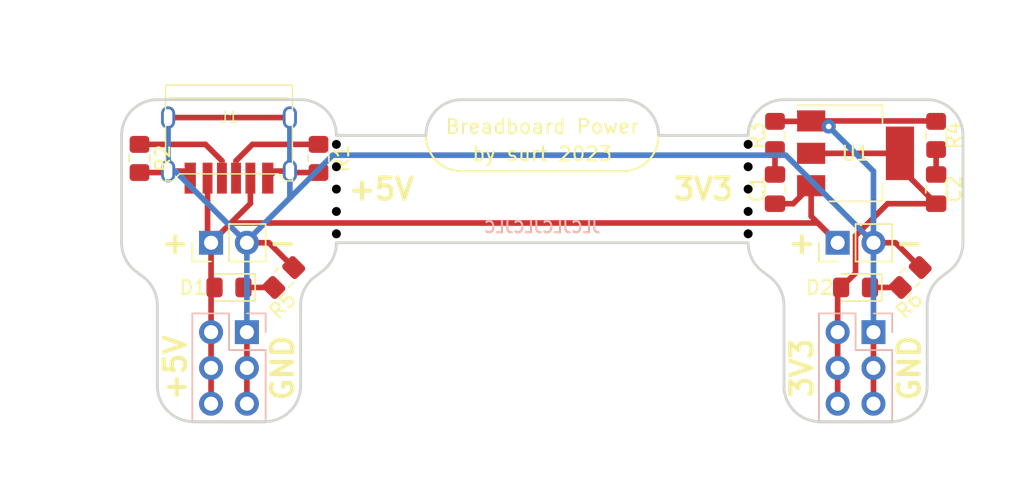
<source format=kicad_pcb>
(kicad_pcb (version 20221018) (generator pcbnew)
  (layers (0 "F.Cu" signal) (31 "B.Cu" signal) (34 "B.Paste" user) (35 "F.Paste" user) (36 "B.SilkS" user "B.Silkscreen") (37 "F.SilkS" user "F.Silkscreen") (38 "B.Mask" user) (39 "F.Mask" user) (44 "Edge.Cuts" user))
  (net 0 "")
  (net 1 "+5V")
  (net 2 "Net-(C1-Pad2)")
  (net 3 "+3V3")
  (net 4 "Net-(C2-Pad2)")
  (net 5 "GND")
  (net 6 "Net-(J1-CC1)")
  (net 7 "Net-(J1-CC2)")
  (net 8 "Net-(D1-K)")
  (net 9 "Net-(D2-K)")
  (footprint "Library:Mouse_Bites_0.2in_offset_holes_only" (layer "F.Cu") (at 120.65 82.55 90)
    (fp_text reference "REF**" hide)
    (fp_text value "Mouse_Bites_0.2in_offset_holes_only" hide)
    (pad "" np_thru_hole circle (at -3.175 0 90) (size 0.635 0.635) (drill 0.635) (layers "*.Mask"))
    (pad "" np_thru_hole circle (at -1.5875 0 90) (size 0.635 0.635) (drill 0.635) (layers "*.Mask"))
    (pad "" np_thru_hole circle (at 0 0 90) (size 0.635 0.635) (drill 0.635) (layers "*.Mask"))
    (pad "" np_thru_hole circle (at 1.5875 0 90) (size 0.635 0.635) (drill 0.635) (layers "*.Mask"))
    (pad "" np_thru_hole circle (at 3.175 0 90) (size 0.635 0.635) (drill 0.635) (layers "*.Mask"))
  )
  (footprint "Capacitor_SMD:C_0805_2012Metric_Pad1.18x1.45mm_HandSolder" (layer "F.Cu") (at 133.985 82.550001 90)
    (fp_text reference "C2" (at 0.000001 1.27 90) (layer "F.SilkS"))
    (fp_text value "10uF")
    (fp_line (start -0.261252 -0.735) (end 0.261252 -0.735) (stroke (width 0.12)) (layer "F.SilkS"))
    (fp_line (start -0.261252 0.735) (end 0.261252 0.735) (stroke (width 0.12)) (layer "F.SilkS"))
    (pad "1" smd roundrect (at -1.0375 0 90) (size 1.175 1.45) (layers "F.Cu" "F.Paste" "F.Mask") (roundrect_rratio 0.212766) (net 3 "+3V3"))
    (pad "2" smd roundrect (at 1.0375 0 90) (size 1.175 1.45) (layers "F.Cu" "F.Paste" "F.Mask") (roundrect_rratio 0.212766) (net 4 "Net-(C2-Pad2)"))
  )
  (footprint "Library:Mouse_Bites_0.2in_offset_holes_only" (layer "F.Cu") (at 91.44 82.55 90)
    (fp_text reference "REF**" hide)
    (fp_text value "Mouse_Bites_0.2in_offset_holes_only" hide)
    (pad "" np_thru_hole circle (at -3.175 0 90) (size 0.635 0.635) (drill 0.635) (layers "*.Mask"))
    (pad "" np_thru_hole circle (at -1.5875 0 90) (size 0.635 0.635) (drill 0.635) (layers "*.Mask"))
    (pad "" np_thru_hole circle (at 0 0 90) (size 0.635 0.635) (drill 0.635) (layers "*.Mask"))
    (pad "" np_thru_hole circle (at 1.5875 0 90) (size 0.635 0.635) (drill 0.635) (layers "*.Mask"))
    (pad "" np_thru_hole circle (at 3.175 0 90) (size 0.635 0.635) (drill 0.635) (layers "*.Mask"))
  )
  (footprint "Connector_PinHeader_2.54mm:PinHeader_1x02_P2.54mm_Vertical" (layer "F.Cu") (at 82.55 86.36 90)
    (fp_text reference "J4" hide)
    (fp_text value "Conn_01x02")
    (fp_line (start -1.33 -1.33) (end 0 -1.33) (stroke (width 0.12)) (layer "F.SilkS"))
    (fp_line (start -1.33 0) (end -1.33 -1.33) (stroke (width 0.12)) (layer "F.SilkS"))
    (fp_line (start -1.33 1.27) (end -1.33 3.87) (stroke (width 0.12)) (layer "F.SilkS"))
    (fp_line (start -1.33 1.27) (end 1.33 1.27) (stroke (width 0.12)) (layer "F.SilkS"))
    (fp_line (start -1.33 3.87) (end 1.33 3.87) (stroke (width 0.12)) (layer "F.SilkS"))
    (fp_line (start 1.33 1.27) (end 1.33 3.87) (stroke (width 0.12)) (layer "F.SilkS"))
    (pad "1" thru_hole rect (at 0 0 90) (size 1.7 1.7) (drill 1) (layers "*.Cu" "*.Mask") (net 1 "+5V"))
    (pad "2" thru_hole oval (at 0 2.54 90) (size 1.7 1.7) (drill 1) (layers "*.Cu" "*.Mask") (net 5 "GND"))
  )
  (footprint "Resistor_SMD:R_0805_2012Metric_Pad1.20x1.40mm_HandSolder" (layer "F.Cu") (at 122.555 78.74 90)
    (fp_text reference "R3" (at 0 -1.27 90) (layer "F.SilkS"))
    (fp_text value "10R")
    (fp_line (start -0.227064 -0.735) (end 0.227064 -0.735) (stroke (width 0.12)) (layer "F.SilkS"))
    (fp_line (start -0.227064 0.735) (end 0.227064 0.735) (stroke (width 0.12)) (layer "F.SilkS"))
    (pad "1" smd roundrect (at -1 0 90) (size 1.2 1.4) (layers "F.Cu" "F.Paste" "F.Mask") (roundrect_rratio 0.208333) (net 2 "Net-(C1-Pad2)"))
    (pad "2" smd roundrect (at 1 0 90) (size 1.2 1.4) (layers "F.Cu" "F.Paste" "F.Mask") (roundrect_rratio 0.208333) (net 5 "GND"))
  )
  (footprint "Connector_PinHeader_2.54mm:PinHeader_1x02_P2.54mm_Vertical" (layer "F.Cu") (at 127 86.36 90)
    (fp_text reference "J5" hide)
    (fp_text value "Conn_01x02")
    (fp_line (start -1.33 -1.33) (end 0 -1.33) (stroke (width 0.12)) (layer "F.SilkS"))
    (fp_line (start -1.33 0) (end -1.33 -1.33) (stroke (width 0.12)) (layer "F.SilkS"))
    (fp_line (start -1.33 1.27) (end -1.33 3.87) (stroke (width 0.12)) (layer "F.SilkS"))
    (fp_line (start -1.33 1.27) (end 1.33 1.27) (stroke (width 0.12)) (layer "F.SilkS"))
    (fp_line (start -1.33 3.87) (end 1.33 3.87) (stroke (width 0.12)) (layer "F.SilkS"))
    (fp_line (start 1.33 1.27) (end 1.33 3.87) (stroke (width 0.12)) (layer "F.SilkS"))
    (pad "1" thru_hole rect (at 0 0 90) (size 1.7 1.7) (drill 1) (layers "*.Cu" "*.Mask") (net 1 "+5V"))
    (pad "2" thru_hole oval (at 0 2.54 90) (size 1.7 1.7) (drill 1) (layers "*.Cu" "*.Mask") (net 5 "GND"))
  )
  (footprint "Package_TO_SOT_SMD:SOT-223-3_TabPin2" (layer "F.Cu") (at 128.27 80.01)
    (fp_text reference "U1" (at 0 0) (layer "F.SilkS"))
    (fp_text value "AMS1117-3.3")
    (fp_line (start -4.1 -3.41) (end 1.91 -3.41) (stroke (width 0.12)) (layer "F.SilkS"))
    (fp_line (start -1.85 3.41) (end 1.91 3.41) (stroke (width 0.12)) (layer "F.SilkS"))
    (fp_line (start 1.91 -3.41) (end 1.91 -2.15) (stroke (width 0.12)) (layer "F.SilkS"))
    (fp_line (start 1.91 3.41) (end 1.91 2.15) (stroke (width 0.12)) (layer "F.SilkS"))
    (pad "1" smd rect (at -3.15 -2.3) (size 2 1.5) (layers "F.Cu" "F.Paste" "F.Mask") (net 5 "GND"))
    (pad "2" smd rect (at -3.15 0) (size 2 1.5) (layers "F.Cu" "F.Paste" "F.Mask") (net 3 "+3V3"))
    (pad "2" smd rect (at 3.15 0) (size 2 3.8) (layers "F.Cu" "F.Paste" "F.Mask") (net 3 "+3V3"))
    (pad "3" smd rect (at -3.15 2.3) (size 2 1.5) (layers "F.Cu" "F.Paste" "F.Mask") (net 1 "+5V"))
  )
  (footprint "Resistor_SMD:R_0805_2012Metric_Pad1.20x1.40mm_HandSolder" (layer "F.Cu") (at 133.985 78.74 90)
    (fp_text reference "R4" (at 0 1.27 90) (layer "F.SilkS"))
    (fp_text value "10R")
    (fp_line (start -0.227064 -0.735) (end 0.227064 -0.735) (stroke (width 0.12)) (layer "F.SilkS"))
    (fp_line (start -0.227064 0.735) (end 0.227064 0.735) (stroke (width 0.12)) (layer "F.SilkS"))
    (pad "1" smd roundrect (at -1 0 90) (size 1.2 1.4) (layers "F.Cu" "F.Paste" "F.Mask") (roundrect_rratio 0.208333) (net 4 "Net-(C2-Pad2)"))
    (pad "2" smd roundrect (at 1 0 90) (size 1.2 1.4) (layers "F.Cu" "F.Paste" "F.Mask") (roundrect_rratio 0.208333) (net 5 "GND"))
  )
  (footprint "Resistor_SMD:R_0805_2012Metric_Pad1.20x1.40mm_HandSolder" (layer "F.Cu") (at 77.47 80.375 -90)
    (fp_text reference "R2" (at 0 -1.65 90) (layer "F.SilkS"))
    (fp_text value "5.1k")
    (fp_line (start -0.227064 -0.735) (end 0.227064 -0.735) (stroke (width 0.12)) (layer "F.SilkS"))
    (fp_line (start -0.227064 0.735) (end 0.227064 0.735) (stroke (width 0.12)) (layer "F.SilkS"))
    (pad "1" smd roundrect (at -1 0 270) (size 1.2 1.4) (layers "F.Cu" "F.Paste" "F.Mask") (roundrect_rratio 0.208333) (net 7 "Net-(J1-CC2)"))
    (pad "2" smd roundrect (at 1 0 270) (size 1.2 1.4) (layers "F.Cu" "F.Paste" "F.Mask") (roundrect_rratio 0.208333) (net 5 "GND"))
  )
  (footprint "Resistor_SMD:R_0805_2012Metric_Pad1.20x1.40mm_HandSolder" (layer "F.Cu") (at 87.702107 88.827893 45)
    (fp_text reference "R5" (at -1.449013 1.347038 45) (layer "F.SilkS"))
    (fp_text value "470R")
    (fp_line (start -0.227064 -0.735) (end 0.227064 -0.735) (stroke (width 0.12)) (layer "F.SilkS"))
    (fp_line (start -0.227064 0.735) (end 0.227064 0.735) (stroke (width 0.12)) (layer "F.SilkS"))
    (pad "1" smd roundrect (at -1 0 45) (size 1.2 1.4) (layers "F.Cu" "F.Paste" "F.Mask") (roundrect_rratio 0.208333) (net 8 "Net-(D1-K)"))
    (pad "2" smd roundrect (at 1 0 45) (size 1.2 1.4) (layers "F.Cu" "F.Paste" "F.Mask") (roundrect_rratio 0.208333) (net 5 "GND"))
  )
  (footprint "Capacitor_SMD:C_0805_2012Metric_Pad1.18x1.45mm_HandSolder" (layer "F.Cu") (at 122.555 82.55 90)
    (fp_text reference "C1" (at 0 -1.27 90) (layer "F.SilkS"))
    (fp_text value "10uF")
    (fp_line (start -0.261252 -0.735) (end 0.261252 -0.735) (stroke (width 0.12)) (layer "F.SilkS"))
    (fp_line (start -0.261252 0.735) (end 0.261252 0.735) (stroke (width 0.12)) (layer "F.SilkS"))
    (pad "1" smd roundrect (at -1.0375 0 90) (size 1.175 1.45) (layers "F.Cu" "F.Paste" "F.Mask") (roundrect_rratio 0.212766) (net 1 "+5V"))
    (pad "2" smd roundrect (at 1.0375 0 90) (size 1.175 1.45) (layers "F.Cu" "F.Paste" "F.Mask") (roundrect_rratio 0.212766) (net 2 "Net-(C1-Pad2)"))
  )
  (footprint "LED_SMD:LED_0805_2012Metric_Pad1.15x1.40mm_HandSolder" (layer "F.Cu") (at 83.82 89.535 180)
    (fp_text reference "D1" (at 2.54 0) (layer "F.SilkS"))
    (fp_text value "LED")
    (fp_line (start -1.86 -0.96) (end -1.86 0.96) (stroke (width 0.12)) (layer "F.SilkS"))
    (fp_line (start -1.86 0.96) (end 1 0.96) (stroke (width 0.12)) (layer "F.SilkS"))
    (fp_line (start 1 -0.96) (end -1.86 -0.96) (stroke (width 0.12)) (layer "F.SilkS"))
    (pad "1" smd roundrect (at -1.025 0 180) (size 1.15 1.4) (layers "F.Cu" "F.Paste" "F.Mask") (roundrect_rratio 0.217391) (net 8 "Net-(D1-K)"))
    (pad "2" smd roundrect (at 1.025 0 180) (size 1.15 1.4) (layers "F.Cu" "F.Paste" "F.Mask") (roundrect_rratio 0.217391) (net 1 "+5V"))
  )
  (footprint "Resistor_SMD:R_0805_2012Metric_Pad1.20x1.40mm_HandSolder" (layer "F.Cu") (at 132.152107 88.827893 45)
    (fp_text reference "R6" (at -1.449013 1.347038 45) (layer "F.SilkS"))
    (fp_text value "330R")
    (fp_line (start -0.227064 -0.735) (end 0.227064 -0.735) (stroke (width 0.12)) (layer "F.SilkS"))
    (fp_line (start -0.227064 0.735) (end 0.227064 0.735) (stroke (width 0.12)) (layer "F.SilkS"))
    (pad "1" smd roundrect (at -1 0 45) (size 1.2 1.4) (layers "F.Cu" "F.Paste" "F.Mask") (roundrect_rratio 0.208333) (net 9 "Net-(D2-K)"))
    (pad "2" smd roundrect (at 1 0 45) (size 1.2 1.4) (layers "F.Cu" "F.Paste" "F.Mask") (roundrect_rratio 0.208333) (net 5 "GND"))
  )
  (footprint "LED_SMD:LED_0805_2012Metric_Pad1.15x1.40mm_HandSolder" (layer "F.Cu") (at 128.27 89.535 180)
    (fp_text reference "D2" (at 2.54 0) (layer "F.SilkS"))
    (fp_text value "LED")
    (fp_line (start -1.86 -0.96) (end -1.86 0.96) (stroke (width 0.12)) (layer "F.SilkS"))
    (fp_line (start -1.86 0.96) (end 1 0.96) (stroke (width 0.12)) (layer "F.SilkS"))
    (fp_line (start 1 -0.96) (end -1.86 -0.96) (stroke (width 0.12)) (layer "F.SilkS"))
    (pad "1" smd roundrect (at -1.025 0 180) (size 1.15 1.4) (layers "F.Cu" "F.Paste" "F.Mask") (roundrect_rratio 0.217391) (net 9 "Net-(D2-K)"))
    (pad "2" smd roundrect (at 1.025 0 180) (size 1.15 1.4) (layers "F.Cu" "F.Paste" "F.Mask") (roundrect_rratio 0.217391) (net 3 "+3V3"))
  )
  (footprint "Resistor_SMD:R_0805_2012Metric_Pad1.20x1.40mm_HandSolder" (layer "F.Cu") (at 90.17 80.375 -90)
    (fp_text reference "R1" (at 0 -1.65 90) (layer "F.SilkS"))
    (fp_text value "5.1k")
    (fp_line (start -0.227064 -0.735) (end 0.227064 -0.735) (stroke (width 0.12)) (layer "F.SilkS"))
    (fp_line (start -0.227064 0.735) (end 0.227064 0.735) (stroke (width 0.12)) (layer "F.SilkS"))
    (pad "1" smd roundrect (at -1 0 270) (size 1.2 1.4) (layers "F.Cu" "F.Paste" "F.Mask") (roundrect_rratio 0.208333) (net 6 "Net-(J1-CC1)"))
    (pad "2" smd roundrect (at 1 0 270) (size 1.2 1.4) (layers "F.Cu" "F.Paste" "F.Mask") (roundrect_rratio 0.208333) (net 5 "GND"))
  )
  (footprint "USB-C-Power-tester:TYPE-C-31-M-17_handsolder" (layer "F.Cu") (at 83.82 77.47 180)
    (fp_text reference "J1" (at 0 0 180) (layer "F.SilkS") (effects (font (size 0.8 0.8) (thickness 0.1))))
    (fp_text value "USB_C_Receptacle")
    (fp_line (start -4.5 -4.5) (end -4.5 2.3) (stroke (width 0.1)) (layer "F.SilkS"))
    (fp_line (start -4.5 -4.5) (end -4 -4.5) (stroke (width 0.1)) (layer "F.SilkS"))
    (fp_line (start -4 -4.5) (end -3.5 -4) (stroke (width 0.1)) (layer "F.SilkS"))
    (fp_line (start -3.5 -4) (end 3.5 -4) (stroke (width 0.1)) (layer "F.SilkS"))
    (fp_line (start -3.5 -3.2) (end 3.5 -3.2) (stroke (width 0.01)) (layer "F.SilkS"))
    (fp_line (start 3.5 -4) (end 4 -4.5) (stroke (width 0.1)) (layer "F.SilkS"))
    (fp_line (start 4 -4.5) (end 4.5 -4.5) (stroke (width 0.1)) (layer "F.SilkS"))
    (fp_line (start 4.2 1.4) (end -4.2 1.4) (stroke (width 0.1)) (layer "F.SilkS"))
    (fp_line (start 4.5 -4.5) (end 4.5 2.3) (stroke (width 0.1)) (layer "F.SilkS"))
    (fp_line (start 4.5 2.3) (end -4.5 2.3) (stroke (width 0.1)) (layer "F.SilkS"))
    (pad "1" thru_hole roundrect (at -4.32 -3.8 180) (size 1 1.6) (drill oval 0.6 1.2) (layers "*.Cu" "*.Mask") (roundrect_rratio 0.5) (net 5 "GND"))
    (pad "1" thru_hole roundrect (at -4.32 0 180) (size 1 1.6) (drill oval 0.6 1.2) (layers "*.Cu" "*.Mask") (roundrect_rratio 0.5) (net 5 "GND"))
    (pad "1" thru_hole roundrect (at 4.32 -3.8 180) (size 1 1.6) (drill oval 0.6 1.2) (layers "*.Cu" "*.Mask") (roundrect_rratio 0.5) (net 5 "GND"))
    (pad "1" thru_hole roundrect (at 4.32 0 180) (size 1 1.6) (drill oval 0.6 1.2) (layers "*.Cu" "*.Mask") (roundrect_rratio 0.5) (net 5 "GND"))
    (pad "A5" smd rect (at -0.5 -4.3 180) (size 0.7 2.2) (layers "F.Cu" "F.Paste" "F.Mask") (net 6 "Net-(J1-CC1)"))
    (pad "A9" smd rect (at 1.52 -4.3 180) (size 0.7 2.2) (layers "F.Cu" "F.Paste" "F.Mask") (net 1 "+5V"))
    (pad "A12" smd rect (at 2.75 -4.3 180) (size 0.8 2.2) (layers "F.Cu" "F.Paste" "F.Mask") (net 5 "GND"))
    (pad "B5" smd rect (at 0.5 -4.3 180) (size 0.7 2.2) (layers "F.Cu" "F.Paste" "F.Mask") (net 7 "Net-(J1-CC2)"))
    (pad "B9" smd rect (at -1.52 -4.3 180) (size 0.7 2.2) (layers "F.Cu" "F.Paste" "F.Mask") (net 1 "+5V"))
    (pad "B12" smd rect (at -2.75 -4.3 180) (size 0.8 2.2) (layers "F.Cu" "F.Paste" "F.Mask") (net 5 "GND"))
  )
  (footprint "Connector_PinHeader_2.54mm:PinHeader_2x03_P2.54mm_Vertical" (layer "B.Cu") (at 85.09 92.71 180)
    (fp_text reference "J2" hide)
    (fp_text value "Conn_02x03_Counter_Clockwise")
    (fp_line (start -1.33 -6.41) (end 3.87 -6.41) (stroke (width 0.12)) (layer "B.SilkS"))
    (fp_line (start -1.33 -1.27) (end -1.33 -6.41) (stroke (width 0.12)) (layer "B.SilkS"))
    (fp_line (start -1.33 -1.27) (end 1.27 -1.27) (stroke (width 0.12)) (layer "B.SilkS"))
    (fp_line (start -1.33 0) (end -1.33 1.33) (stroke (width 0.12)) (layer "B.SilkS"))
    (fp_line (start -1.33 1.33) (end 0 1.33) (stroke (width 0.12)) (layer "B.SilkS"))
    (fp_line (start 1.27 -1.27) (end 1.27 1.33) (stroke (width 0.12)) (layer "B.SilkS"))
    (fp_line (start 1.27 1.33) (end 3.87 1.33) (stroke (width 0.12)) (layer "B.SilkS"))
    (fp_line (start 3.87 1.33) (end 3.87 -6.41) (stroke (width 0.12)) (layer "B.SilkS"))
    (pad "1" thru_hole rect (at 0 0 180) (size 1.7 1.7) (drill 1) (layers "*.Cu" "*.Mask") (net 5 "GND"))
    (pad "2" thru_hole oval (at 2.54 0 180) (size 1.7 1.7) (drill 1) (layers "*.Cu" "*.Mask") (net 1 "+5V"))
    (pad "3" thru_hole oval (at 0 -2.54 180) (size 1.7 1.7) (drill 1) (layers "*.Cu" "*.Mask") (net 5 "GND"))
    (pad "4" thru_hole oval (at 2.54 -2.54 180) (size 1.7 1.7) (drill 1) (layers "*.Cu" "*.Mask") (net 1 "+5V"))
    (pad "5" thru_hole oval (at 0 -5.08 180) (size 1.7 1.7) (drill 1) (layers "*.Cu" "*.Mask") (net 5 "GND"))
    (pad "6" thru_hole oval (at 2.54 -5.08 180) (size 1.7 1.7) (drill 1) (layers "*.Cu" "*.Mask") (net 1 "+5V"))
  )
  (footprint "Connector_PinHeader_2.54mm:PinHeader_2x03_P2.54mm_Vertical" (layer "B.Cu") (at 129.54 92.71 180)
    (fp_text reference "J3" hide)
    (fp_text value "Conn_02x03_Counter_Clockwise")
    (fp_line (start -1.33 -6.41) (end 3.87 -6.41) (stroke (width 0.12)) (layer "B.SilkS"))
    (fp_line (start -1.33 -1.27) (end -1.33 -6.41) (stroke (width 0.12)) (layer "B.SilkS"))
    (fp_line (start -1.33 -1.27) (end 1.27 -1.27) (stroke (width 0.12)) (layer "B.SilkS"))
    (fp_line (start -1.33 0) (end -1.33 1.33) (stroke (width 0.12)) (layer "B.SilkS"))
    (fp_line (start -1.33 1.33) (end 0 1.33) (stroke (width 0.12)) (layer "B.SilkS"))
    (fp_line (start 1.27 -1.27) (end 1.27 1.33) (stroke (width 0.12)) (layer "B.SilkS"))
    (fp_line (start 1.27 1.33) (end 3.87 1.33) (stroke (width 0.12)) (layer "B.SilkS"))
    (fp_line (start 3.87 1.33) (end 3.87 -6.41) (stroke (width 0.12)) (layer "B.SilkS"))
    (pad "1" thru_hole rect (at 0 0 180) (size 1.7 1.7) (drill 1) (layers "*.Cu" "*.Mask") (net 5 "GND"))
    (pad "2" thru_hole oval (at 2.54 0 180) (size 1.7 1.7) (drill 1) (layers "*.Cu" "*.Mask") (net 3 "+3V3"))
    (pad "3" thru_hole oval (at 0 -2.54 180) (size 1.7 1.7) (drill 1) (layers "*.Cu" "*.Mask") (net 5 "GND"))
    (pad "4" thru_hole oval (at 2.54 -2.54 180) (size 1.7 1.7) (drill 1) (layers "*.Cu" "*.Mask") (net 3 "+3V3"))
    (pad "5" thru_hole oval (at 0 -5.08 180) (size 1.7 1.7) (drill 1) (layers "*.Cu" "*.Mask") (net 5 "GND"))
    (pad "6" thru_hole oval (at 2.54 -5.08 180) (size 1.7 1.7) (drill 1) (layers "*.Cu" "*.Mask") (net 3 "+3V3"))
  )
  (gr_arc (start 114.3 78.74) (mid 113.556051 80.536051) (end 111.76 81.28) (stroke (width 0.15)) (layer "F.SilkS"))
  (gr_arc (start 100.33 81.28) (mid 98.533949 80.536051) (end 97.79 78.74) (stroke (width 0.15)) (layer "F.SilkS"))
  (gr_line (start 111.76 81.28) (end 100.33 81.28) (stroke (width 0.15)) (layer "F.SilkS"))
  (gr_arc (start 88.9 76.2) (mid 90.696051 76.943949) (end 91.44 78.74) (stroke (width 0.2)) (layer "Edge.Cuts"))
  (gr_line (start 90.308938 88.473408) (end 90.031062 88.691592) (stroke (width 0.2)) (layer "Edge.Cuts"))
  (gr_line (start 88.9 90.805) (end 88.9 96.52) (stroke (width 0.2)) (layer "Edge.Cuts"))
  (gr_line (start 130.81 99.06) (end 125.73 99.06) (stroke (width 0.2)) (layer "Edge.Cuts"))
  (gr_line (start 78.74 76.2) (end 88.9 76.2) (stroke (width 0.2)) (layer "Edge.Cuts"))
  (gr_arc (start 135.89 86.36) (mid 135.589453 87.558519) (end 134.758938 88.473408) (stroke (width 0.2)) (layer "Edge.Cuts"))
  (gr_line (start 133.35 90.805) (end 133.35 96.52) (stroke (width 0.2)) (layer "Edge.Cuts"))
  (gr_arc (start 111.76 76.2) (mid 113.556051 76.943949) (end 114.3 78.74) (stroke (width 0.2)) (layer "Edge.Cuts"))
  (gr_line (start 134.758938 88.473408) (end 134.481062 88.691592) (stroke (width 0.2)) (layer "Edge.Cuts"))
  (gr_line (start 122.058938 88.691592) (end 121.781062 88.473408) (stroke (width 0.2)) (layer "Edge.Cuts"))
  (gr_arc (start 76.2 78.74) (mid 76.943949 76.943949) (end 78.74 76.2) (stroke (width 0.2)) (layer "Edge.Cuts"))
  (gr_arc (start 125.73 99.06) (mid 123.933949 98.316051) (end 123.19 96.52) (stroke (width 0.2)) (layer "Edge.Cuts"))
  (gr_line (start 120.65 86.36) (end 91.44 86.36) (stroke (width 0.2)) (layer "Edge.Cuts"))
  (gr_arc (start 120.65 78.74) (mid 121.393949 76.943949) (end 123.19 76.2) (stroke (width 0.2)) (layer "Edge.Cuts"))
  (gr_line (start 123.19 90.805) (end 123.19 96.52) (stroke (width 0.2)) (layer "Edge.Cuts"))
  (gr_arc (start 122.058938 88.691592) (mid 122.889453 89.606481) (end 123.19 90.805) (stroke (width 0.2)) (layer "Edge.Cuts"))
  (gr_arc (start 133.35 76.2) (mid 135.146051 76.943949) (end 135.89 78.74) (stroke (width 0.2)) (layer "Edge.Cuts"))
  (gr_line (start 114.3 78.74) (end 120.65 78.74) (stroke (width 0.2)) (layer "Edge.Cuts"))
  (gr_arc (start 133.35 90.805) (mid 133.650547 89.606481) (end 134.481062 88.691592) (stroke (width 0.2)) (layer "Edge.Cuts"))
  (gr_arc (start 88.9 96.52) (mid 88.156051 98.316051) (end 86.36 99.06) (stroke (width 0.2)) (layer "Edge.Cuts"))
  (gr_arc (start 81.28 99.06) (mid 79.483949 98.316051) (end 78.74 96.52) (stroke (width 0.2)) (layer "Edge.Cuts"))
  (gr_line (start 135.89 78.74) (end 135.89 86.36) (stroke (width 0.2)) (layer "Edge.Cuts"))
  (gr_arc (start 91.44 86.36) (mid 91.139453 87.558519) (end 90.308938 88.473408) (stroke (width 0.2)) (layer "Edge.Cuts"))
  (gr_arc (start 133.35 96.52) (mid 132.606051 98.316051) (end 130.81 99.06) (stroke (width 0.2)) (layer "Edge.Cuts"))
  (gr_line (start 76.2 78.74) (end 76.2 86.36) (stroke (width 0.2)) (layer "Edge.Cuts"))
  (gr_line (start 100.33 76.2) (end 111.76 76.2) (stroke (width 0.2)) (layer "Edge.Cuts"))
  (gr_arc (start 97.79 78.74) (mid 98.533949 76.943949) (end 100.33 76.2) (stroke (width 0.2)) (layer "Edge.Cuts"))
  (gr_arc (start 88.9 90.805) (mid 89.200547 89.606481) (end 90.031062 88.691592) (stroke (width 0.2)) (layer "Edge.Cuts"))
  (gr_line (start 91.44 78.74) (end 97.79 78.74) (stroke (width 0.2)) (layer "Edge.Cuts"))
  (gr_arc (start 77.331062 88.473408) (mid 76.500547 87.558519) (end 76.2 86.36) (stroke (width 0.2)) (layer "Edge.Cuts"))
  (gr_arc (start 77.608938 88.691592) (mid 78.439453 89.606481) (end 78.74 90.805) (stroke (width 0.2)) (layer "Edge.Cuts"))
  (gr_line (start 86.36 99.06) (end 81.28 99.06) (stroke (width 0.2)) (layer "Edge.Cuts"))
  (gr_arc (start 121.781062 88.473408) (mid 120.950547 87.558519) (end 120.65 86.36) (stroke (width 0.2)) (layer "Edge.Cuts"))
  (gr_line (start 123.19 76.2) (end 133.35 76.2) (stroke (width 0.2)) (layer "Edge.Cuts"))
  (gr_line (start 78.74 90.805) (end 78.74 96.52) (stroke (width 0.2)) (layer "Edge.Cuts"))
  (gr_line (start 77.608938 88.691592) (end 77.331062 88.473408) (stroke (width 0.2)) (layer "Edge.Cuts"))
  (gr_text "JLCJLCJLCJLC" (at 106.045 85.725) (layer "B.SilkS") (effects (font (size 0.8 0.8)) (justify bottom mirror)))
  (gr_text "GND" (at 87.63 95.25 90) (layer "F.SilkS") (effects (font (size 1.5 1.5) (thickness 0.3) bold)))
  (gr_text "+5V" (at 94.615 82.55) (layer "F.SilkS") (effects (font (size 1.5 1.5) (thickness 0.3) bold)))
  (gr_text "+" (at 124.46 86.36) (layer "F.SilkS") (effects (font (size 1.5 1.5) (thickness 0.3) bold) (justify mirror)))
  (gr_text "GND" (at 132.08 95.25 90) (layer "F.SilkS") (effects (font (size 1.5 1.5) (thickness 0.3) bold)))
  (gr_text "Breadboard Power" (at 106.045 78.105) (layer "F.SilkS") (effects (font (size 1 1))))
  (gr_text "by surt 2023" (at 106.045 80.645) (layer "F.SilkS") (effects (font (size 1 1)) (justify bottom)))
  (gr_text "+5V" (at 80.01 95.25 90) (layer "F.SilkS") (effects (font (size 1.5 1.5) (thickness 0.3) bold)))
  (gr_text "-" (at 132.08 86.36) (layer "F.SilkS") (effects (font (size 1.5 1.5) (thickness 0.3) bold) (justify mirror)))
  (gr_text "+" (at 80.01 86.36) (layer "F.SilkS") (effects (font (size 1.5 1.5) (thickness 0.3) bold) (justify mirror)))
  (gr_text "3V3" (at 117.475 82.55) (layer "F.SilkS") (effects (font (size 1.5 1.5) (thickness 0.3) bold)))
  (gr_text "-" (at 87.63 86.36) (layer "F.SilkS") (effects (font (size 1.5 1.5) (thickness 0.3) bold) (justify mirror)))
  (gr_text "3V3" (at 124.46 95.25 90) (layer "F.SilkS") (effects (font (size 1.5 1.5) (thickness 0.3) bold)))
  (segment (start 125.12 82.31) (end 125.12 84.48) (width 0.4) (layer "F.Cu") (net 1))
  (segment (start 85.34 81.77) (end 85.34 83.57) (width 0.4) (layer "F.Cu") (net 1))
  (segment (start 82.55 86.36) (end 82.55 89.29) (width 0.4) (layer "F.Cu") (net 1))
  (segment (start 85.34 83.57) (end 83.9525 84.9575) (width 0.4) (layer "F.Cu") (net 1))
  (segment (start 83.9525 84.9575) (end 125.5975 84.9575) (width 0.4) (layer "F.Cu") (net 1))
  (segment (start 125.12 84.48) (end 127 86.36) (width 0.4) (layer "F.Cu") (net 1))
  (segment (start 82.55 86.36) (end 83.9525 84.9575) (width 0.4) (layer "F.Cu") (net 1))
  (segment (start 82.55 92.71) (end 82.55 89.78) (width 0.4) (layer "F.Cu") (net 1))
  (segment (start 82.55 97.79) (end 82.55 92.71) (width 0.4) (layer "F.Cu") (net 1))
  (segment (start 82.3 86.11) (end 82.55 86.36) (width 0.4) (layer "F.Cu") (net 1))
  (segment (start 122.555 83.5875) (end 123.8425 83.5875) (width 0.4) (layer "F.Cu") (net 1))
  (segment (start 82.3 81.77) (end 82.3 86.11) (width 0.4) (layer "F.Cu") (net 1))
  (segment (start 82.55 89.29) (end 82.795 89.535) (width 0.4) (layer "F.Cu") (net 1))
  (segment (start 125.5975 84.9575) (end 127 86.36) (width 0.4) (layer "F.Cu") (net 1))
  (segment (start 123.8425 83.5875) (end 125.12 82.31) (width 0.4) (layer "F.Cu") (net 1))
  (segment (start 82.55 89.78) (end 82.795 89.535) (width 0.4) (layer "F.Cu") (net 1))
  (segment (start 122.555 81.5125) (end 122.555 79.74) (width 0.4) (layer "F.Cu") (net 2))
  (segment (start 128.27 88.51) (end 128.27 85.862233) (width 0.4) (layer "F.Cu") (net 3))
  (segment (start 127 97.79) (end 127 92.71) (width 0.4) (layer "F.Cu") (net 3))
  (segment (start 127 92.71) (end 127 89.78) (width 0.4) (layer "F.Cu") (net 3))
  (segment (start 127.245 89.535) (end 128.27 88.51) (width 0.4) (layer "F.Cu") (net 3))
  (segment (start 125.12 80.01) (end 131.42 80.01) (width 0.4) (layer "F.Cu") (net 3))
  (segment (start 133.985 83.587501) (end 131.42 81.022501) (width 0.4) (layer "F.Cu") (net 3))
  (segment (start 130.544732 83.587501) (end 133.985 83.587501) (width 0.4) (layer "F.Cu") (net 3))
  (segment (start 128.27 85.862233) (end 130.544732 83.587501) (width 0.4) (layer "F.Cu") (net 3))
  (segment (start 127 89.78) (end 127.245 89.535) (width 0.4) (layer "F.Cu") (net 3))
  (segment (start 131.42 81.022501) (end 131.42 80.01) (width 0.4) (layer "F.Cu") (net 3))
  (segment (start 133.985 81.512501) (end 133.985 79.74) (width 0.4) (layer "F.Cu") (net 4))
  (segment (start 79.5 77.47) (end 88.14 77.47) (width 0.4) (layer "F.Cu") (net 5))
  (segment (start 88.14 81.27) (end 87.07 81.27) (width 0.4) (layer "F.Cu") (net 5))
  (segment (start 79.395 81.375) (end 79.5 81.27) (width 0.4) (layer "F.Cu") (net 5))
  (segment (start 86.648428 86.36) (end 88.409214 88.120786) (width 0.4) (layer "F.Cu") (net 5))
  (segment (start 88.245 81.375) (end 88.14 81.27) (width 0.4) (layer "F.Cu") (net 5))
  (segment (start 133.955 77.71) (end 125.12 77.71) (width 0.4) (layer "F.Cu") (net 5))
  (segment (start 131.098428 86.36) (end 132.859214 88.120786) (width 0.4) (layer "F.Cu") (net 5))
  (segment (start 129.54 97.79) (end 129.54 92.71) (width 0.4) (layer "F.Cu") (net 5))
  (segment (start 125.12 77.71) (end 125.97 77.71) (width 0.4) (layer "F.Cu") (net 5))
  (segment (start 77.47 81.375) (end 79.395 81.375) (width 0.4) (layer "F.Cu") (net 5))
  (segment (start 122.555 77.74) (end 125.09 77.74) (width 0.4) (layer "F.Cu") (net 5))
  (segment (start 87.07 81.27) (end 86.57 81.77) (width 0.4) (layer "F.Cu") (net 5))
  (segment (start 125.97 77.71) (end 126.365 78.105) (width 0.4) (layer "F.Cu") (net 5))
  (segment (start 125.09 77.74) (end 125.12 77.71) (width 0.4) (layer "F.Cu") (net 5))
  (segment (start 85.09 92.71) (end 85.09 97.79) (width 0.4) (layer "F.Cu") (net 5))
  (segment (start 80.57 81.27) (end 81.07 81.77) (width 0.4) (layer "F.Cu") (net 5))
  (segment (start 129.54 86.36) (end 131.098428 86.36) (width 0.4) (layer "F.Cu") (net 5))
  (segment (start 133.985 77.74) (end 133.955 77.71) (width 0.4) (layer "F.Cu") (net 5))
  (segment (start 79.5 81.27) (end 80.57 81.27) (width 0.4) (layer "F.Cu") (net 5))
  (segment (start 90.17 81.375) (end 88.245 81.375) (width 0.4) (layer "F.Cu") (net 5))
  (segment (start 85.09 86.36) (end 86.648428 86.36) (width 0.4) (layer "F.Cu") (net 5))
  (via (at 126.365 78.105) (size 1) (drill 0.4) (layers "F.Cu" "B.Cu") (net 5))
  (segment (start 129.54 92.71) (end 129.54 86.36) (width 0.4) (layer "B.Cu") (net 5))
  (segment (start 129.54 86.36) (end 123.3225 80.1425) (width 0.4) (layer "B.Cu") (net 5))
  (segment (start 85.09 86.227091) (end 85.09 86.36) (width 0.4) (layer "B.Cu") (net 5))
  (segment (start 79.5 81.27) (end 79.5 77.47) (width 0.4) (layer "B.Cu") (net 5))
  (segment (start 88.14 81.27) (end 88.14 83.06) (width 0.4) (layer "B.Cu") (net 5))
  (segment (start 85.09 92.71) (end 85.09 86.36) (width 0.4) (layer "B.Cu") (net 5))
  (segment (start 79.5 81.27) (end 80 81.27) (width 0.4) (layer "B.Cu") (net 5))
  (segment (start 88.198545 83.118545) (end 85.09 86.227091) (width 0.4) (layer "B.Cu") (net 5))
  (segment (start 126.365 78.105) (end 129.54 81.28) (width 0.4) (layer "B.Cu") (net 5))
  (segment (start 80 81.27) (end 85.09 86.36) (width 0.4) (layer "B.Cu") (net 5))
  (segment (start 88.14 83.06) (end 88.198545 83.118545) (width 0.4) (layer "B.Cu") (net 5))
  (segment (start 129.54 81.28) (end 129.54 86.36) (width 0.4) (layer "B.Cu") (net 5))
  (segment (start 123.3225 80.1425) (end 91.174591 80.1425) (width 0.4) (layer "B.Cu") (net 5))
  (segment (start 88.14 81.27) (end 88.14 77.47) (width 0.4) (layer "B.Cu") (net 5))
  (segment (start 91.174591 80.1425) (end 88.198545 83.118545) (width 0.4) (layer "B.Cu") (net 5))
  (segment (start 90.17 79.375) (end 85.485 79.375) (width 0.4) (layer "F.Cu") (net 6))
  (segment (start 84.32 80.54) (end 84.32 81.77) (width 0.4) (layer "F.Cu") (net 6))
  (segment (start 85.485 79.375) (end 84.32 80.54) (width 0.4) (layer "F.Cu") (net 6))
  (segment (start 82.155 79.375) (end 83.32 80.54) (width 0.4) (layer "F.Cu") (net 7))
  (segment (start 77.47 79.375) (end 82.155 79.375) (width 0.4) (layer "F.Cu") (net 7))
  (segment (start 83.32 80.54) (end 83.32 81.77) (width 0.4) (layer "F.Cu") (net 7))
  (segment (start 84.845 89.535) (end 86.995 89.535) (width 0.4) (layer "F.Cu") (net 8))
  (segment (start 129.295 89.535) (end 131.445 89.535) (width 0.4) (layer "F.Cu") (net 9))
)
</source>
